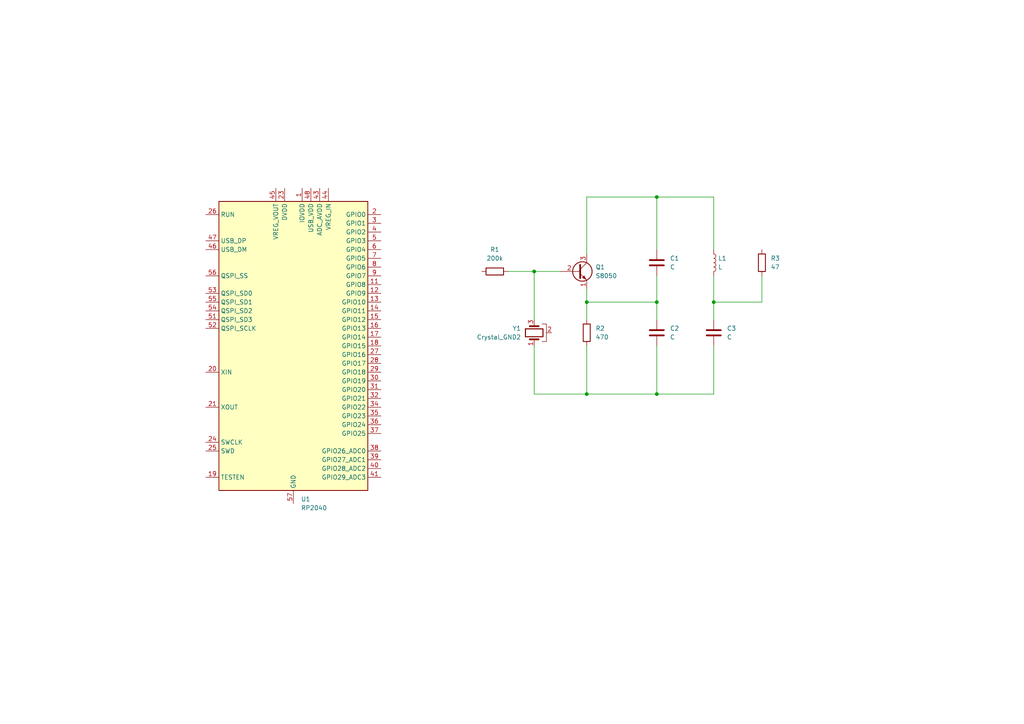
<source format=kicad_sch>
(kicad_sch (version 20230121) (generator eeschema)
  (paper "A4")
  (lib_symbols
    (symbol "Device:C" (pin_numbers hide) (pin_names (offset 0.254))
      (property "Reference" "C" (at 0.635 2.54 0))
      (property "Value" "C" (at 0.635 -2.54 0))
      (symbol "C_0_1"
        (polyline (pts (xy -2.032 -0.762) (xy 2.032 -0.762)) (stroke (width 0.508)))
        (polyline (pts (xy -2.032 0.762) (xy 2.032 0.762)) (stroke (width 0.508)))
      )
      (symbol "C_1_1"
        (pin passive line (at 0 3.81 270) (length 2.794) (name "~") (number "1"))
        (pin passive line (at 0 -3.81 90) (length 2.794) (name "~") (number "2"))
      )
    )
    (symbol "Device:Crystal_GND2" (pin_names (offset 1.016) hide)
      (property "Reference" "Y" (at 0 5.715 0))
      (property "Value" "Crystal_GND2" (at 0 3.81 0))
      (symbol "Crystal_GND2_0_1"
        (rectangle (start -1.143 2.54) (end 1.143 -2.54) (stroke (width 0.3048)))
        (polyline (pts (xy -2.54 0) (xy -1.905 0)))
        (polyline (pts (xy -1.905 -1.27) (xy -1.905 1.27)) (stroke (width 0.508)))
        (polyline (pts (xy 0 -3.81) (xy 0 -3.556)))
        (polyline (pts (xy 1.905 0) (xy 2.54 0)))
        (polyline (pts (xy 1.905 1.27) (xy 1.905 -1.27)) (stroke (width 0.508)))
        (polyline (pts (xy -2.54 -2.286) (xy -2.54 -3.556) (xy 2.54 -3.556) (xy 2.54 -2.286)))
      )
      (symbol "Crystal_GND2_1_1"
        (pin passive line (at -3.81 0 0) (length 1.27) (name "1") (number "1"))
        (pin passive line (at 0 -5.08 90) (length 1.27) (name "2") (number "2"))
        (pin passive line (at 3.81 0 180) (length 1.27) (name "3") (number "3"))
      )
    )
    (symbol "Device:L" (pin_numbers hide) (pin_names (offset 1.016) hide)
      (property "Reference" "L" (at -1.27 0 90))
      (property "Value" "L" (at 1.905 0 90))
      (symbol "L_0_1"
        (arc (start 0 -2.54) (mid 0.6323 -1.905) (end 0 -1.27))
        (arc (start 0 -1.27) (mid 0.6323 -0.635) (end 0 0))
        (arc (start 0 0) (mid 0.6323 0.635) (end 0 1.27))
        (arc (start 0 1.27) (mid 0.6323 1.905) (end 0 2.54))
      )
      (symbol "L_1_1"
        (pin passive line (at 0 3.81 270) (length 1.27) (name "1") (number "1"))
        (pin passive line (at 0 -3.81 90) (length 1.27) (name "2") (number "2"))
      )
    )
    (symbol "Device:R" (pin_numbers hide) (pin_names (offset 0))
      (property "Reference" "R" (at 2.032 0 90))
      (property "Value" "R" (at 0 0 90))
      (symbol "R_0_1"
        (rectangle (start -1.016 -2.54) (end 1.016 2.54) (stroke (width 0.254)))
      )
      (symbol "R_1_1"
        (pin passive line (at 0 3.81 270) (length 1.27) (name "~") (number "1"))
        (pin passive line (at 0 -3.81 90) (length 1.27) (name "~") (number "2"))
      )
    )
    (symbol "MCU_RaspberryPi:RP2040"
      (property "Reference" "U" (at 17.78 45.72 0))
      (property "Value" "RP2040" (at 17.78 43.18 0))
      (symbol "RP2040_0_1"
        (rectangle (start -21.59 41.91) (end 21.59 -41.91) (stroke (width 0.254)) (fill (type background)))
      )
      (symbol "RP2040_1_1"
        (pin power_in line (at 2.54 45.72 270) (length 3.81) (name "IOVDD") (number "1"))
        (pin passive line (at 2.54 45.72 270) (length 3.81) hide (name "IOVDD") (number "10"))
        (pin bidirectional line (at 25.4 17.78 180) (length 3.81) (name "GPIO8") (number "11"))
        (pin bidirectional line (at 25.4 15.24 180) (length 3.81) (name "GPIO9") (number "12"))
        (pin bidirectional line (at 25.4 12.7 180) (length 3.81) (name "GPIO10") (number "13"))
        (pin bidirectional line (at 25.4 10.16 180) (length 3.81) (name "GPIO11") (number "14"))
        (pin bidirectional line (at 25.4 7.62 180) (length 3.81) (name "GPIO12") (number "15"))
        (pin bidirectional line (at 25.4 5.08 180) (length 3.81) (name "GPIO13") (number "16"))
        (pin bidirectional line (at 25.4 2.54 180) (length 3.81) (name "GPIO14") (number "17"))
        (pin bidirectional line (at 25.4 0 180) (length 3.81) (name "GPIO15") (number "18"))
        (pin input line (at -25.4 -38.1 0) (length 3.81) (name "TESTEN") (number "19"))
        (pin bidirectional line (at 25.4 38.1 180) (length 3.81) (name "GPIO0") (number "2"))
        (pin input line (at -25.4 -7.62 0) (length 3.81) (name "XIN") (number "20"))
        (pin passive line (at -25.4 -17.78 0) (length 3.81) (name "XOUT") (number "21"))
        (pin passive line (at 2.54 45.72 270) (length 3.81) hide (name "IOVDD") (number "22"))
        (pin power_in line (at -2.54 45.72 270) (length 3.81) (name "DVDD") (number "23"))
        (pin input line (at -25.4 -27.94 0) (length 3.81) (name "SWCLK") (number "24"))
        (pin bidirectional line (at -25.4 -30.48 0) (length 3.81) (name "SWD") (number "25"))
        (pin input line (at -25.4 38.1 0) (length 3.81) (name "RUN") (number "26"))
        (pin bidirectional line (at 25.4 -2.54 180) (length 3.81) (name "GPIO16") (number "27"))
        (pin bidirectional line (at 25.4 -5.08 180) (length 3.81) (name "GPIO17") (number "28"))
        (pin bidirectional line (at 25.4 -7.62 180) (length 3.81) (name "GPIO18") (number "29"))
        (pin bidirectional line (at 25.4 35.56 180) (length 3.81) (name "GPIO1") (number "3"))
        (pin bidirectional line (at 25.4 -10.16 180) (length 3.81) (name "GPIO19") (number "30"))
        (pin bidirectional line (at 25.4 -12.7 180) (length 3.81) (name "GPIO20") (number "31"))
        (pin bidirectional line (at 25.4 -15.24 180) (length 3.81) (name "GPIO21") (number "32"))
        (pin passive line (at 2.54 45.72 270) (length 3.81) hide (name "IOVDD") (number "33"))
        (pin bidirectional line (at 25.4 -17.78 180) (length 3.81) (name "GPIO22") (number "34"))
        (pin bidirectional line (at 25.4 -20.32 180) (length 3.81) (name "GPIO23") (number "35"))
        (pin bidirectional line (at 25.4 -22.86 180) (length 3.81) (name "GPIO24") (number "36"))
        (pin bidirectional line (at 25.4 -25.4 180) (length 3.81) (name "GPIO25") (number "37"))
        (pin bidirectional line (at 25.4 -30.48 180) (length 3.81) (name "GPIO26_ADC0") (number "38"))
        (pin bidirectional line (at 25.4 -33.02 180) (length 3.81) (name "GPIO27_ADC1") (number "39"))
        (pin bidirectional line (at 25.4 33.02 180) (length 3.81) (name "GPIO2") (number "4"))
        (pin bidirectional line (at 25.4 -35.56 180) (length 3.81) (name "GPIO28_ADC2") (number "40"))
        (pin bidirectional line (at 25.4 -38.1 180) (length 3.81) (name "GPIO29_ADC3") (number "41"))
        (pin passive line (at 2.54 45.72 270) (length 3.81) hide (name "IOVDD") (number "42"))
        (pin power_in line (at 7.62 45.72 270) (length 3.81) (name "ADC_AVDD") (number "43"))
        (pin power_in line (at 10.16 45.72 270) (length 3.81) (name "VREG_IN") (number "44"))
        (pin power_out line (at -5.08 45.72 270) (length 3.81) (name "VREG_VOUT") (number "45"))
        (pin bidirectional line (at -25.4 27.94 0) (length 3.81) (name "USB_DM") (number "46"))
        (pin bidirectional line (at -25.4 30.48 0) (length 3.81) (name "USB_DP") (number "47"))
        (pin power_in line (at 5.08 45.72 270) (length 3.81) (name "USB_VDD") (number "48"))
        (pin passive line (at 2.54 45.72 270) (length 3.81) hide (name "IOVDD") (number "49"))
        (pin bidirectional line (at 25.4 30.48 180) (length 3.81) (name "GPIO3") (number "5"))
        (pin passive line (at -2.54 45.72 270) (length 3.81) hide (name "DVDD") (number "50"))
        (pin bidirectional line (at -25.4 7.62 0) (length 3.81) (name "QSPI_SD3") (number "51"))
        (pin output line (at -25.4 5.08 0) (length 3.81) (name "QSPI_SCLK") (number "52"))
        (pin bidirectional line (at -25.4 15.24 0) (length 3.81) (name "QSPI_SD0") (number "53"))
        (pin bidirectional line (at -25.4 10.16 0) (length 3.81) (name "QSPI_SD2") (number "54"))
        (pin bidirectional line (at -25.4 12.7 0) (length 3.81) (name "QSPI_SD1") (number "55"))
        (pin bidirectional line (at -25.4 20.32 0) (length 3.81) (name "QSPI_SS") (number "56"))
        (pin power_in line (at 0 -45.72 90) (length 3.81) (name "GND") (number "57"))
        (pin bidirectional line (at 25.4 27.94 180) (length 3.81) (name "GPIO4") (number "6"))
        (pin bidirectional line (at 25.4 25.4 180) (length 3.81) (name "GPIO5") (number "7"))
        (pin bidirectional line (at 25.4 22.86 180) (length 3.81) (name "GPIO6") (number "8"))
        (pin bidirectional line (at 25.4 20.32 180) (length 3.81) (name "GPIO7") (number "9"))
      )
    )
    (symbol "Transistor_BJT:S8050" (pin_names (offset 0) hide)
      (property "Reference" "Q" (at 5.08 1.905 0))
      (property "Value" "S8050" (at 5.08 0 0))
      (symbol "S8050_0_1"
        (polyline (pts (xy 0 0) (xy 0.635 0)))
        (polyline (pts (xy 0.635 0.635) (xy 2.54 2.54)))
        (polyline (pts (xy 0.635 -0.635) (xy 2.54 -2.54) (xy 2.54 -2.54)))
        (polyline (pts (xy 0.635 1.905) (xy 0.635 -1.905) (xy 0.635 -1.905)) (stroke (width 0.508)))
        (polyline (pts (xy 1.27 -1.778) (xy 1.778 -1.27) (xy 2.286 -2.286) (xy 1.27 -1.778) (xy 1.27 -1.778)) (fill (type outline)))
        (circle (center 1.27 0) (radius 2.8194) (stroke (width 0.254)))
      )
      (symbol "S8050_1_1"
        (pin passive line (at 2.54 -5.08 90) (length 2.54) (name "E") (number "1"))
        (pin input line (at -5.08 0 0) (length 5.08) (name "B") (number "2"))
        (pin passive line (at 2.54 5.08 270) (length 2.54) (name "C") (number "3"))
      )
    )
  )
  (junction (at 207.01 87.63))
  (junction (at 190.5 87.63))
  (junction (at 190.5 57.15))
  (junction (at 154.94 78.74))
  (junction (at 170.18 114.3))
  (junction (at 170.18 87.63))
  (junction (at 190.5 114.3))
  (wire (pts (xy 207.01 57.15) (xy 190.5 57.15)))
  (wire (pts (xy 207.01 80.01) (xy 207.01 87.63)))
  (wire (pts (xy 154.94 92.71) (xy 154.94 78.74)))
  (wire (pts (xy 170.18 83.82) (xy 170.18 87.63)))
  (wire (pts (xy 170.18 87.63) (xy 190.5 87.63)))
  (wire (pts (xy 207.01 87.63) (xy 220.98 87.63)))
  (wire (pts (xy 207.01 100.33) (xy 207.01 114.3)))
  (wire (pts (xy 154.94 100.33) (xy 154.94 114.3)))
  (wire (pts (xy 190.5 114.3) (xy 207.01 114.3)))
  (wire (pts (xy 190.5 100.33) (xy 190.5 114.3)))
  (wire (pts (xy 190.5 57.15) (xy 190.5 72.39)))
  (wire (pts (xy 190.5 80.01) (xy 190.5 87.63)))
  (wire (pts (xy 207.01 72.39) (xy 207.01 57.15)))
  (wire (pts (xy 207.01 87.63) (xy 207.01 92.71)))
  (wire (pts (xy 147.32 78.74) (xy 154.94 78.74)))
  (wire (pts (xy 190.5 87.63) (xy 190.5 92.71)))
  (wire (pts (xy 170.18 57.15) (xy 190.5 57.15)))
  (wire (pts (xy 170.18 73.66) (xy 170.18 57.15)))
  (wire (pts (xy 170.18 100.33) (xy 170.18 114.3)))
  (wire (pts (xy 154.94 78.74) (xy 162.56 78.74)))
  (wire (pts (xy 154.94 114.3) (xy 170.18 114.3)))
  (wire (pts (xy 170.18 114.3) (xy 190.5 114.3)))
  (wire (pts (xy 220.98 80.01) (xy 220.98 87.63)))
  (wire (pts (xy 170.18 87.63) (xy 170.18 92.71)))
  (symbol (lib_id "Device:R") (at 170.18 96.52 0) (unit 1)
    (property "Reference" "R2" (at 172.72 95.25 0) (effects (justify left)))
    (property "Value" "470" (at 172.72 97.79 0) (effects (justify left)))
  )
  (symbol (lib_id "Device:C") (at 190.5 76.2 0) (unit 1)
    (property "Reference" "C1" (at 194.31 74.93 0) (effects (justify left)))
    (property "Value" "C" (at 194.31 77.47 0) (effects (justify left)))
  )
  (symbol (lib_id "Device:L") (at 207.01 76.2 0) (unit 1)
    (property "Reference" "L1" (at 208.28 74.93 0) (effects (justify left)))
    (property "Value" "L" (at 208.28 77.47 0) (effects (justify left)))
  )
  (symbol (lib_id "Device:Crystal_GND2") (at 154.94 96.52 90) (unit 1)
    (property "Reference" "Y1" (at 151.13 95.25 90) (effects (justify left)))
    (property "Value" "Crystal_GND2" (at 151.13 97.79 90) (effects (justify left)))
  )
  (symbol (lib_id "Device:C") (at 207.01 96.52 0) (unit 1)
    (property "Reference" "C3" (at 210.82 95.25 0) (effects (justify left)))
    (property "Value" "C" (at 210.82 97.79 0) (effects (justify left)))
  )
  (symbol (lib_id "MCU_RaspberryPi:RP2040") (at 85.09 100.33 0) (unit 1)
    (property "Reference" "U1" (at 87.2841 144.78 0) (effects (justify left)))
    (property "Value" "RP2040" (at 87.2841 147.32 0) (effects (justify left)))
    (property "Footprint" "Package_DFN_QFN:QFN-56-1EP_7x7mm_P0.4mm_EP3.2x3.2mm" (effects hide))
    (property "Datasheet" "https://datasheets.raspberrypi.com/rp2040/rp2040-datasheet.pdf" (effects hide))
  )
  (symbol (lib_id "Device:R") (at 143.51 78.74 90) (unit 1)
    (property "Reference" "R1" (at 143.51 72.39 90))
    (property "Value" "200k" (at 143.51 74.93 90))
  )
  (symbol (lib_id "Device:C") (at 190.5 96.52 0) (unit 1)
    (property "Reference" "C2" (at 194.31 95.25 0) (effects (justify left)))
    (property "Value" "C" (at 194.31 97.79 0) (effects (justify left)))
  )
  (symbol (lib_id "Device:R") (at 220.98 76.2 0) (unit 1)
    (property "Reference" "R3" (at 223.52 74.93 0) (effects (justify left)))
    (property "Value" "47" (at 223.52 77.47 0) (effects (justify left)))
  )
  (symbol (lib_id "Transistor_BJT:S8050") (at 167.64 78.74 0) (unit 1)
    (property "Reference" "Q1" (at 172.72 77.47 0) (effects (justify left)))
    (property "Value" "S8050" (at 172.72 80.01 0) (effects (justify left)))
    (property "Footprint" "Package_TO_SOT_THT:TO-92_Inline" (effects hide))
    (property "Datasheet" "http://www.unisonic.com.tw/datasheet/S8050.pdf" (effects hide))
  )
)
</source>
